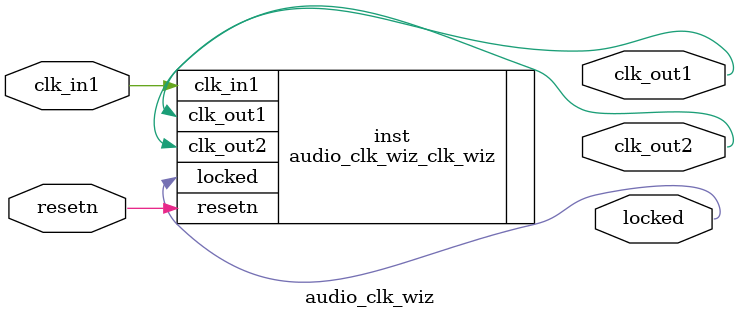
<source format=v>


`timescale 1ps/1ps

(* CORE_GENERATION_INFO = "audio_clk_wiz,clk_wiz_v6_0_3_0_0,{component_name=audio_clk_wiz,use_phase_alignment=true,use_min_o_jitter=false,use_max_i_jitter=false,use_dyn_phase_shift=false,use_inclk_switchover=false,use_dyn_reconfig=false,enable_axi=0,feedback_source=FDBK_AUTO,PRIMITIVE=MMCM,num_out_clk=2,clkin1_period=10.000,clkin2_period=10.000,use_power_down=false,use_reset=true,use_locked=true,use_inclk_stopped=false,feedback_type=SINGLE,CLOCK_MGR_TYPE=NA,manual_override=false}" *)

module audio_clk_wiz 
 (
  // Clock out ports
  output        clk_out1,
  output        clk_out2,
  // Status and control signals
  input         resetn,
  output        locked,
 // Clock in ports
  input         clk_in1
 );

  audio_clk_wiz_clk_wiz inst
  (
  // Clock out ports  
  .clk_out1(clk_out1),
  .clk_out2(clk_out2),
  // Status and control signals               
  .resetn(resetn), 
  .locked(locked),
 // Clock in ports
  .clk_in1(clk_in1)
  );

endmodule

</source>
